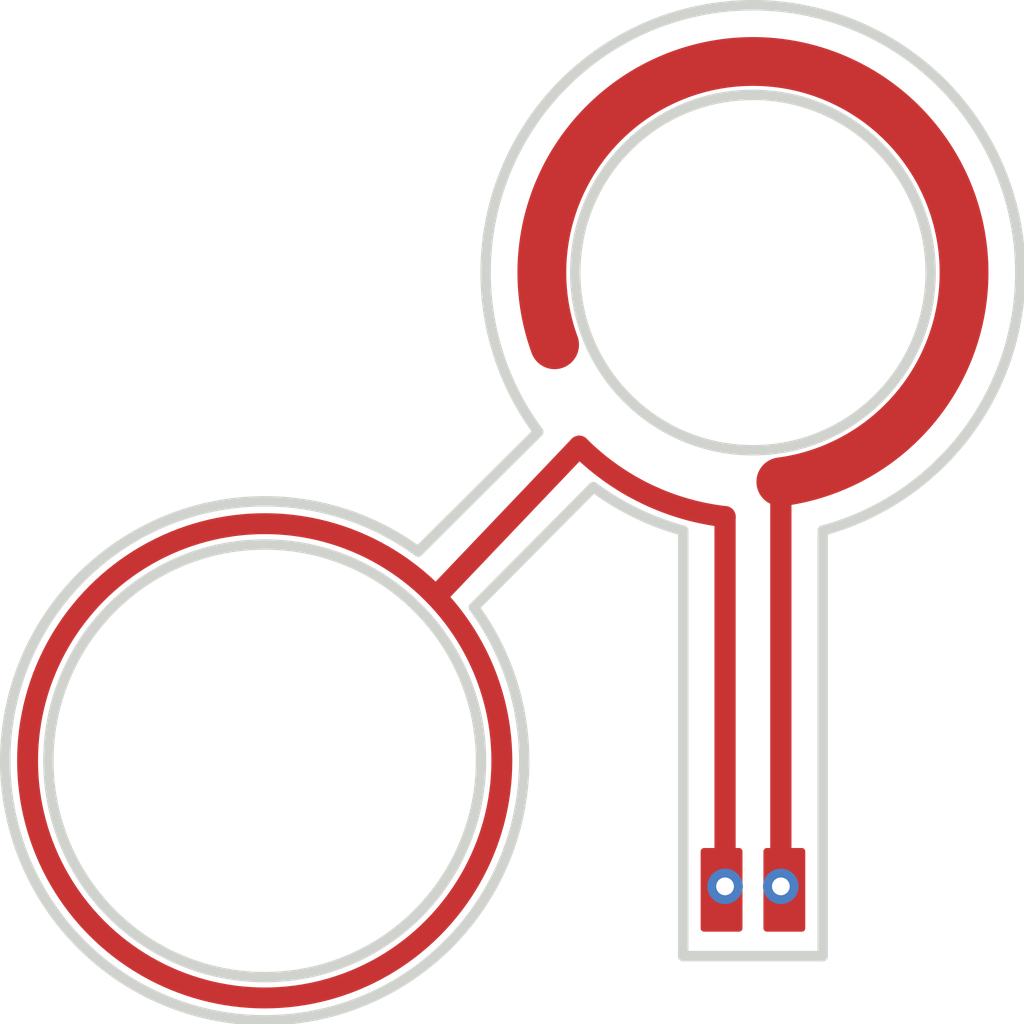
<source format=kicad_pcb>
(kicad_pcb (version 20171130) (host pcbnew "(5.1.0)-1")

  (general
    (thickness 1.6)
    (drawings 24)
    (tracks 2)
    (zones 0)
    (modules 0)
    (nets 1)
  )

  (page A4)
  (layers
    (0 F.Cu signal)
    (31 B.Cu signal)
    (32 B.Adhes user)
    (33 F.Adhes user)
    (34 B.Paste user)
    (35 F.Paste user)
    (36 B.SilkS user)
    (37 F.SilkS user)
    (38 B.Mask user)
    (39 F.Mask user)
    (40 Dwgs.User user)
    (41 Cmts.User user)
    (42 Eco1.User user)
    (43 Eco2.User user)
    (44 Edge.Cuts user)
    (45 Margin user)
    (46 B.CrtYd user)
    (47 F.CrtYd user)
    (48 B.Fab user)
    (49 F.Fab user)
  )

  (setup
    (last_trace_width 0.25)
    (trace_clearance 0.2)
    (zone_clearance 0.508)
    (zone_45_only no)
    (trace_min 0.2)
    (via_size 0.8)
    (via_drill 0.4)
    (via_min_size 0.4)
    (via_min_drill 0.3)
    (uvia_size 0.3)
    (uvia_drill 0.1)
    (uvias_allowed no)
    (uvia_min_size 0.2)
    (uvia_min_drill 0.1)
    (edge_width 0.05)
    (segment_width 0.2)
    (pcb_text_width 0.3)
    (pcb_text_size 1.5 1.5)
    (mod_edge_width 0.12)
    (mod_text_size 1 1)
    (mod_text_width 0.15)
    (pad_size 1.524 1.524)
    (pad_drill 0.762)
    (pad_to_mask_clearance 0.051)
    (solder_mask_min_width 0.25)
    (aux_axis_origin 0 0)
    (visible_elements FFFFFF7F)
    (pcbplotparams
      (layerselection 0x010fc_ffffffff)
      (usegerberextensions false)
      (usegerberattributes false)
      (usegerberadvancedattributes false)
      (creategerberjobfile false)
      (excludeedgelayer true)
      (linewidth 0.100000)
      (plotframeref false)
      (viasonmask false)
      (mode 1)
      (useauxorigin false)
      (hpglpennumber 1)
      (hpglpenspeed 20)
      (hpglpendiameter 15.000000)
      (psnegative false)
      (psa4output false)
      (plotreference true)
      (plotvalue true)
      (plotinvisibletext false)
      (padsonsilk false)
      (subtractmaskfromsilk false)
      (outputformat 1)
      (mirror false)
      (drillshape 0)
      (scaleselection 1)
      (outputdirectory "Output/"))
  )

  (net 0 "")

  (net_class Default "This is the default net class."
    (clearance 0.2)
    (trace_width 0.25)
    (via_dia 0.8)
    (via_drill 0.4)
    (uvia_dia 0.3)
    (uvia_drill 0.1)
  )

  (gr_circle (center 49.6 38.8) (end 49.727 38.8) (layer B.Mask) (width 0.254) (tstamp 5CC275A8))
  (gr_circle (center 50.4 38.8) (end 50.527 38.8) (layer B.Mask) (width 0.254))
  (gr_arc (start 50 30) (end 49.6 33.5) (angle 38.48019825) (layer F.Cu) (width 0.3048) (tstamp 5CC2D0FC))
  (gr_line (start 47.509016 32.490984) (end 45.5 34.6) (layer F.Cu) (width 0.3048) (tstamp 5CC2D0FB))
  (gr_poly (pts (xy 49.3 38.3) (xy 49.3 39.3) (xy 49.3 39.4) (xy 49.8 39.4) (xy 49.8 38.3)) (layer F.Mask) (width 0.1) (tstamp 5CC2D0FA))
  (gr_poly (pts (xy 49.3 38.3) (xy 49.3 39.3) (xy 49.3 39.4) (xy 49.8 39.4) (xy 49.8 38.3)) (layer F.Cu) (width 0.1) (tstamp 5CC2D0F9))
  (gr_circle (center 43 37) (end 43.1 40.1) (layer Edge.Cuts) (width 0.15) (tstamp 5CC2D0F8))
  (gr_poly (pts (xy 50.2 38.3) (xy 50.2 39.3) (xy 50.2 39.4) (xy 50.7 39.4) (xy 50.7 38.3)) (layer F.Cu) (width 0.1) (tstamp 5CC2D0F7))
  (gr_poly (pts (xy 50.2 38.3) (xy 50.2 39.3) (xy 50.2 39.4) (xy 50.7 39.4) (xy 50.7 38.3)) (layer F.Mask) (width 0.1) (tstamp 5CC2D0F6))
  (gr_circle (center 43 37) (end 46.5 37) (layer F.Mask) (width 0.5) (tstamp 5CC2D0F3))
  (gr_line (start 50.4 39.2) (end 50.4 33) (layer F.Cu) (width 0.3048) (tstamp 5CC2D0F2))
  (gr_line (start 49.6 39.2) (end 49.6 33.5) (layer F.Cu) (width 0.3048) (tstamp 5CC2D0F1))
  (gr_circle (center 43 37) (end 46.4 37) (layer F.Cu) (width 0.3) (tstamp 5CC2D0F0))
  (gr_arc (start 50 30) (end 50.999999 33.699999) (angle -291.4490342) (layer Edge.Cuts) (width 0.15) (tstamp 5CC2D0EF))
  (gr_circle (center 50 30) (end 52.5476 30) (layer Edge.Cuts) (width 0.15) (tstamp 5CC2D0EE))
  (gr_line (start 51 39.8) (end 51 33.7) (layer Edge.Cuts) (width 0.15) (tstamp 5CC2D0ED))
  (gr_arc (start 50 30) (end 50.4 33) (angle -282.4053422) (layer F.Cu) (width 0.7) (tstamp 5CC2D0EC))
  (gr_line (start 47.713529 33.076043) (end 45.999999 34.800001) (layer Edge.Cuts) (width 0.15) (tstamp 5CC2D0EB))
  (gr_line (start 49 39.8) (end 49 33.7) (layer Edge.Cuts) (width 0.15) (tstamp 5CC2D0EA))
  (gr_line (start 46.921924 32.283734) (end 45.2 34) (layer Edge.Cuts) (width 0.15) (tstamp 5CC2D0E9))
  (gr_line (start 49 39.8) (end 51 39.8) (layer Edge.Cuts) (width 0.15) (tstamp 5CC2D0E8))
  (gr_circle (center 50 30) (end 52.925 30) (layer F.Mask) (width 0.45) (tstamp 5CC2D0E7))
  (gr_arc (start 43 37) (end 45.199999 34.000001) (angle -342.5076755) (layer Edge.Cuts) (width 0.15) (tstamp 5CC2D0E6))
  (gr_arc (start 50 30) (end 49.000001 33.699999) (angle 21.5) (layer Edge.Cuts) (width 0.15) (tstamp 5CC2D0E5))

  (via (at 50.4 38.8) (size 0.508) (drill 0.254) (layers F.Cu B.Cu) (net 0) (tstamp 5CC2D0F4))
  (via (at 49.6 38.8) (size 0.508) (drill 0.254) (layers F.Cu B.Cu) (net 0) (tstamp 5CC2D0F5))

)

</source>
